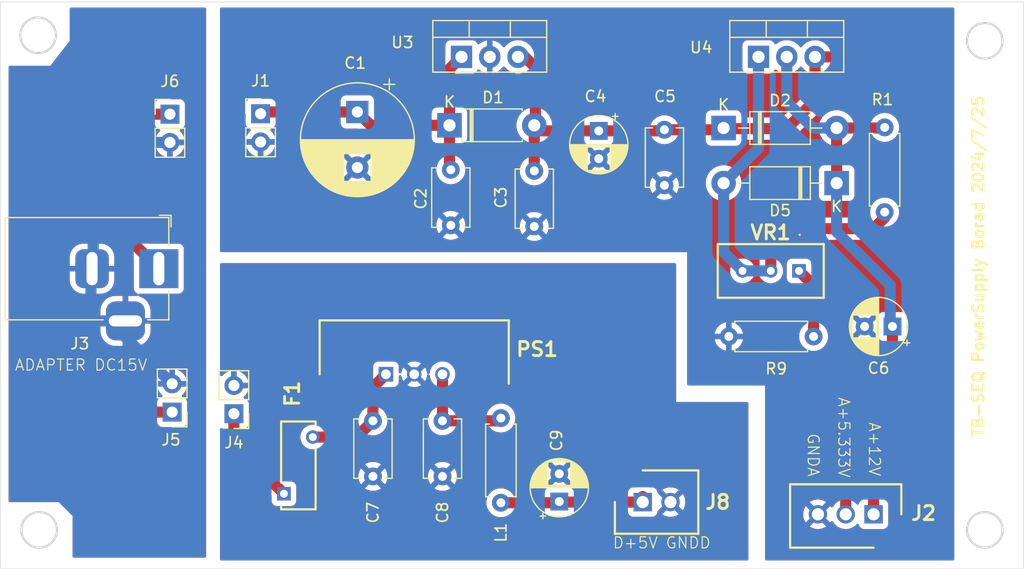
<source format=kicad_pcb>
(kicad_pcb (version 20240108) (generator "pcbnew") (generator_version "8.0")
  (layers (0 "F.Cu" signal) (31 "B.Cu" signal) (34 "B.Paste" user) (35 "F.Paste" user) (36 "B.SilkS" user "B.Silkscreen") (37 "F.SilkS" user "F.Silkscreen") (38 "B.Mask" user) (39 "F.Mask" user) (44 "Edge.Cuts" user))
  (net 0 "")
  (net 1 "GNDA")
  (net 2 "A+12V")
  (net 3 "A+5.333V")
  (net 4 "D+5V")
  (net 5 "Net-(U4-ADJ)")
  (net 6 "unconnected-(VR1-CCW-Pad1)")
  (net 7 "Net-(J1-Pin_1)")
  (net 8 "GNDD")
  (net 9 "Net-(J4-Pin_1)")
  (net 10 "ADAPTER GND")
  (net 11 "ADAPTER+15V")
  (net 12 "Net-(PS1-VIN)")
  (net 13 "Net-(PS1-VOUT)")
  (footprint "SamacSys_Parts:SHDR2W64P0X250_1X2_750X570X950P" (layer "F.Cu") (at 118.75 88 180)
    (property "Reference" "J8" (at -6.75 0 0) (layer "F.SilkS") (effects (font (size 1.27 1.27) (thickness 0.254))))
    (property "Value" "DF1BZ-2P-2.5DSA" (hide yes))
    (pad "1" thru_hole rect (at 0 0 180) (size 1.65 1.65) (drill 1.1) (layers "*.Cu" "*.Mask") (net 4 "D+5V"))
    (pad "2" thru_hole circle (at -2.5 0 180) (size 1.65 1.65) (drill 1.1) (layers "*.Cu" "*.Mask") (net 8 "GNDD"))
  )
  (footprint "SamacSys_Parts:MFR050" (layer "F.Cu") (at 86.5 87.25 90)
    (property "Reference" "F1" (at 9 0.75 270) (layer "F.SilkS") (effects (font (size 1.27 1.27) (thickness 0.254))))
    (property "Value" "MF-R050" (hide yes))
    (pad "1" thru_hole rect (at 0 0 90) (size 1.217 1.217) (drill 0.71) (layers "*.Cu" "*.Mask") (net 9 "Net-(J4-Pin_1)"))
    (pad "2" thru_hole circle (at 5.1 2.59 90) (size 1.217 1.217) (drill 0.71) (layers "*.Cu" "*.Mask") (net 12 "Net-(PS1-VIN)"))
  )
  (footprint "Package_TO_SOT_THT:TO-220-3_Vertical" (layer "F.Cu") (at 129.16 47.945)
    (property "Reference" "U4" (at -5.16 -0.845 0) (layer "F.SilkS"))
    (property "Value" "LM317_TO-220")
    (pad "1" thru_hole rect (at 0 0) (size 1.905 2) (drill 1.1) (layers "*.Cu" "*.Mask") (net 5 "Net-(U4-ADJ)"))
    (pad "2" thru_hole oval (at 2.54 0) (size 1.905 2) (drill 1.1) (layers "*.Cu" "*.Mask") (net 3 "A+5.333V"))
    (pad "3" thru_hole oval (at 5.08 0) (size 1.905 2) (drill 1.1) (layers "*.Cu" "*.Mask") (net 2 "A+12V"))
  )
  (footprint "Connector_PinHeader_2.54mm:PinHeader_1x02_P2.54mm_Vertical" (layer "F.Cu") (at 76.25 53.1)
    (property "Reference" "J6" (at 0 -2.96 0) (layer "F.SilkS"))
    (property "Value" "Conn_01x02_Pin")
    (pad "1" thru_hole rect (at 0 0) (size 1.7 1.7) (drill 1) (layers "*.Cu" "*.Mask") (net 11 "ADAPTER+15V"))
    (pad "2" thru_hole oval (at 0 2.54) (size 1.7 1.7) (drill 1) (layers "*.Cu" "*.Mask") (net 10 "ADAPTER GND"))
  )
  (footprint "Connector_PinHeader_2.54mm:PinHeader_1x02_P2.54mm_Vertical" (layer "F.Cu") (at 82 80.05 180)
    (property "Reference" "J4" (at 0 -2.6 180) (layer "F.SilkS"))
    (property "Value" "Conn_01x02_Pin")
    (pad "1" thru_hole rect (at 0 0 180) (size 1.7 1.7) (drill 1) (layers "*.Cu" "*.Mask") (net 9 "Net-(J4-Pin_1)"))
    (pad "2" thru_hole oval (at 0 2.54 180) (size 1.7 1.7) (drill 1) (layers "*.Cu" "*.Mask") (net 8 "GNDD"))
  )
  (footprint "Package_TO_SOT_THT:TO-220-3_Vertical" (layer "F.Cu") (at 102.46 47.945)
    (property "Reference" "U3" (at -5.31 -1.3 0) (layer "F.SilkS"))
    (property "Value" "L7812")
    (pad "1" thru_hole rect (at 0 0) (size 1.905 2) (drill 1.1) (layers "*.Cu" "*.Mask") (net 7 "Net-(J1-Pin_1)"))
    (pad "2" thru_hole oval (at 2.54 0) (size 1.905 2) (drill 1.1) (layers "*.Cu" "*.Mask") (net 1 "GNDA"))
    (pad "3" thru_hole oval (at 5.08 0) (size 1.905 2) (drill 1.1) (layers "*.Cu" "*.Mask") (net 2 "A+12V"))
  )
  (footprint "Resistor_THT:R_Axial_DIN0207_L6.3mm_D2.5mm_P7.62mm_Horizontal" (layer "F.Cu") (at 134.11 73.1 180)
    (property "Reference" "R9" (at 3.36 -2.9 0) (layer "F.SilkS"))
    (property "Value" "330")
    (pad "1" thru_hole circle (at 0 0 180) (size 1.6 1.6) (drill 0.8) (layers "*.Cu" "*.Mask") (net 6 "unconnected-(VR1-CCW-Pad1)"))
    (pad "2" thru_hole oval (at 7.62 0 180) (size 1.6 1.6) (drill 0.8) (layers "*.Cu" "*.Mask") (net 1 "GNDA"))
  )
  (footprint "Connector_PinHeader_2.54mm:PinHeader_1x02_P2.54mm_Vertical" (layer "F.Cu") (at 84.4 53.06)
    (property "Reference" "J1" (at 0 -2.96 0) (layer "F.SilkS"))
    (property "Value" "Conn_01x02_Pin")
    (pad "1" thru_hole rect (at 0 0) (size 1.7 1.7) (drill 1) (layers "*.Cu" "*.Mask") (net 7 "Net-(J1-Pin_1)"))
    (pad "2" thru_hole oval (at 0 2.54) (size 1.7 1.7) (drill 1) (layers "*.Cu" "*.Mask") (net 1 "GNDA"))
  )
  (footprint "Capacitor_THT:C_Disc_D5.1mm_W3.2mm_P5.00mm" (layer "F.Cu") (at 120.7 54.5 -90)
    (property "Reference" "C5" (at -3 -0.05 0) (layer "F.SilkS"))
    (property "Value" "0.1uF")
    (pad "1" thru_hole circle (at 0 0 270) (size 1.6 1.6) (drill 0.8) (layers "*.Cu" "*.Mask") (net 2 "A+12V"))
    (pad "2" thru_hole circle (at 5 0 270) (size 1.6 1.6) (drill 0.8) (layers "*.Cu" "*.Mask") (net 1 "GNDA"))
  )
  (footprint "SamacSys_Parts:SHDR3W64P0X250_1X3_1000X570X950P" (layer "F.Cu") (at 139.5 89.1)
    (property "Reference" "J2" (at 4.5 -0.1 0) (layer "F.SilkS") (effects (font (size 1.27 1.27) (thickness 0.254))))
    (property "Value" "DF1BZ-3P-2.5DS" (hide yes))
    (pad "1" thru_hole rect (at 0 0) (size 1.65 1.65) (drill 1.1) (layers "*.Cu" "*.Mask") (net 2 "A+12V"))
    (pad "2" thru_hole circle (at -2.5 0) (size 1.65 1.65) (drill 1.1) (layers "*.Cu" "*.Mask") (net 3 "A+5.333V"))
    (pad "3" thru_hole circle (at -5 0) (size 1.65 1.65) (drill 1.1) (layers "*.Cu" "*.Mask") (net 1 "GNDA"))
  )
  (footprint "Capacitor_THT:C_Disc_D5.1mm_W3.2mm_P5.00mm" (layer "F.Cu") (at 109 58.2 -90)
    (property "Reference" "C3" (at 2.4 3 90) (layer "F.SilkS"))
    (property "Value" "0.1uF")
    (pad "1" thru_hole circle (at 0 0 270) (size 1.6 1.6) (drill 0.8) (layers "*.Cu" "*.Mask") (net 2 "A+12V"))
    (pad "2" thru_hole circle (at 5 0 270) (size 1.6 1.6) (drill 0.8) (layers "*.Cu" "*.Mask") (net 1 "GNDA"))
  )
  (footprint "Capacitor_THT:C_Disc_D5.1mm_W3.2mm_P5.00mm" (layer "F.Cu") (at 100.75 80.69 -90)
    (property "Reference" "C8" (at 8.25 0 90) (layer "F.SilkS"))
    (property "Value" "10uF")
    (pad "1" thru_hole circle (at 0 0 270) (size 1.6 1.6) (drill 0.8) (layers "*.Cu" "*.Mask") (net 13 "Net-(PS1-VOUT)"))
    (pad "2" thru_hole circle (at 5 0 270) (size 1.6 1.6) (drill 0.8) (layers "*.Cu" "*.Mask") (net 8 "GNDD"))
  )
  (footprint "SamacSys_Parts:TO254P570X1700X1780-3P" (layer "F.Cu") (at 95.67 76.5)
    (property "Reference" "PS1" (at 13.58 -2.25 0) (layer "F.SilkS") (effects (font (size 1.27 1.27) (thickness 0.254))))
    (property "Value" "BP5293-50" (hide yes))
    (pad "1" thru_hole rect (at 0 0) (size 1.305 1.305) (drill 0.87) (layers "*.Cu" "*.Mask") (net 12 "Net-(PS1-VIN)"))
    (pad "2" thru_hole circle (at 2.54 0) (size 1.305 1.305) (drill 0.87) (layers "*.Cu" "*.Mask") (net 8 "GNDD"))
    (pad "3" thru_hole circle (at 5.08 0) (size 1.305 1.305) (drill 0.87) (layers "*.Cu" "*.Mask") (net 13 "Net-(PS1-VOUT)"))
  )
  (footprint "SamacSys_Parts:3296W1502A" (layer "F.Cu") (at 132.8 67.2 90)
    (property "Reference" "VR1" (at 3.45 -2.55 0) (layer "F.SilkS") (effects (font (size 1.27 1.27) (thickness 0.254))))
    (property "Value" "3296W-1-502A" (hide yes))
    (pad "1" thru_hole rect (at 0 0 90) (size 1.217 1.217) (drill 0.71) (layers "*.Cu" "*.Mask") (net 6 "unconnected-(VR1-CCW-Pad1)"))
    (pad "2" thru_hole circle (at 0 -2.54 90) (size 1.217 1.217) (drill 0.71) (layers "*.Cu" "*.Mask") (net 5 "Net-(U4-ADJ)"))
    (pad "3" thru_hole circle (at 0 -5.08 90) (size 1.217 1.217) (drill 0.71) (layers "*.Cu" "*.Mask") (net 5 "Net-(U4-ADJ)"))
  )
  (footprint "Capacitor_THT:CP_Radial_D5.0mm_P2.50mm" (layer "F.Cu") (at 114.8 54.6 -90)
    (property "Reference" "C4" (at -3.1 0.3 180) (layer "F.SilkS"))
    (property "Value" "100uF/25V")
    (pad "1" thru_hole rect (at 0 0 270) (size 1.6 1.6) (drill 0.8) (layers "*.Cu" "*.Mask") (net 2 "A+12V"))
    (pad "2" thru_hole circle (at 2.5 0 270) (size 1.6 1.6) (drill 0.8) (layers "*.Cu" "*.Mask") (net 1 "GNDA"))
  )
  (footprint "Connector_BarrelJack:BarrelJack_Horizontal" (layer "F.Cu") (at 75.25 67)
    (property "Reference" "J3" (at -7.1 6.75 0) (layer "F.SilkS"))
    (property "Value" "Barrel_Jack_Switch")
    (pad "1" thru_hole rect (at 0 0) (size 3.5 3.5) (drill oval 1 3) (layers "*.Cu" "*.Mask") (net 11 "ADAPTER+15V"))
    (pad "2" thru_hole roundrect (at -6 0) (size 3 3.5) (drill oval 1 3) (layers "*.Cu" "*.Mask") (net 10 "ADAPTER GND"))
    (pad "3" thru_hole roundrect (at -3 4.7) (size 3.5 3.5) (drill oval 3 1) (layers "*.Cu" "*.Mask") (net 10 "ADAPTER GND"))
  )
  (footprint "Capacitor_THT:C_Disc_D5.1mm_W3.2mm_P5.00mm" (layer "F.Cu") (at 101.5 58.1 -90)
    (property "Reference" "C2" (at 2.6 2.7 90) (layer "F.SilkS"))
    (property "Value" "0.1uF")
    (pad "1" thru_hole circle (at 0 0 270) (size 1.6 1.6) (drill 0.8) (layers "*.Cu" "*.Mask") (net 7 "Net-(J1-Pin_1)"))
    (pad "2" thru_hole circle (at 5 0 270) (size 1.6 1.6) (drill 0.8) (layers "*.Cu" "*.Mask") (net 1 "GNDA"))
  )
  (footprint "Capacitor_THT:CP_Radial_D5.0mm_P2.50mm" (layer "F.Cu") (at 141.2 72.2 180)
    (property "Reference" "C6" (at 1.25 -3.75 180) (layer "F.SilkS"))
    (property "Value" "1uF/25V")
    (pad "1" thru_hole rect (at 0 0 180) (size 1.6 1.6) (drill 0.8) (layers "*.Cu" "*.Mask") (net 3 "A+5.333V"))
    (pad "2" thru_hole circle (at 2.5 0 180) (size 1.6 1.6) (drill 0.8) (layers "*.Cu" "*.Mask") (net 1 "GNDA"))
  )
  (footprint "Capacitor_THT:C_Disc_D5.1mm_W3.2mm_P5.00mm" (layer "F.Cu") (at 94.5 80.69 -90)
    (property "Reference" "C7" (at 8.25 0 90) (layer "F.SilkS"))
    (property "Value" "10uF")
    (pad "1" thru_hole circle (at 0 0 270) (size 1.6 1.6) (drill 0.8) (layers "*.Cu" "*.Mask") (net 12 "Net-(PS1-VIN)"))
    (pad "2" thru_hole circle (at 5 0 270) (size 1.6 1.6) (drill 0.8) (layers "*.Cu" "*.Mask") (net 8 "GNDD"))
  )
  (footprint "Resistor_THT:R_Axial_DIN0207_L6.3mm_D2.5mm_P7.62mm_Horizontal" (layer "F.Cu") (at 106 80.44 -90)
    (property "Reference" "L1" (at 10.31 0 90) (layer "F.SilkS"))
    (property "Value" "4.7uh/0.5A")
    (pad "1" thru_hole circle (at 0 0 270) (size 1.6 1.6) (drill 0.8) (layers "*.Cu" "*.Mask") (net 13 "Net-(PS1-VOUT)"))
    (pad "2" thru_hole oval (at 7.62 0 270) (size 1.6 1.6) (drill 0.8) (layers "*.Cu" "*.Mask") (net 4 "D+5V"))
  )
  (footprint "Resistor_THT:R_Axial_DIN0207_L6.3mm_D2.5mm_P7.62mm_Horizontal" (layer "F.Cu") (at 140.5 54.29 -90)
    (property "Reference" "R1" (at -2.5 0.2 0) (layer "F.SilkS"))
    (property "Value" "120")
    (pad "1" thru_hole circle (at 0 0 270) (size 1.6 1.6) (drill 0.8) (layers "*.Cu" "*.Mask") (net 3 "A+5.333V"))
    (pad "2" thru_hole oval (at 7.62 0 270) (size 1.6 1.6) (drill 0.8) (layers "*.Cu" "*.Mask") (net 5 "Net-(U4-ADJ)"))
  )
  (footprint "Diode_THT:D_DO-41_SOD81_P7.62mm_Horizontal" (layer "F.Cu") (at 101.38 54.1)
    (property "Reference" "D1" (at 3.92 -2.5 0) (layer "F.SilkS"))
    (property "Value" "SBM245L")
    (fp_text user "K" (at 0 -2.1 0) (layer "F.SilkS"))
    (pad "1" thru_hole rect (at 0 0) (size 2.2 2.2) (drill 1.1) (layers "*.Cu" "*.Mask") (net 7 "Net-(J1-Pin_1)"))
    (pad "2" thru_hole oval (at 7.62 0) (size 2.2 2.2) (drill 1.1) (layers "*.Cu" "*.Mask") (net 2 "A+12V"))
  )
  (footprint "Capacitor_THT:CP_Radial_D5.0mm_P2.50mm" (layer "F.Cu") (at 111.25 87.955113 90)
    (property "Reference" "C9" (at 5.5 -0.25 270) (layer "F.SilkS"))
    (property "Value" "470uF/25V")
    (pad "1" thru_hole rect (at 0 0 90) (size 1.6 1.6) (drill 0.8) (layers "*.Cu" "*.Mask") (net 4 "D+5V"))
    (pad "2" thru_hole circle (at 2.5 0 90) (size 1.6 1.6) (drill 0.8) (layers "*.Cu" "*.Mask") (net 8 "GNDD"))
  )
  (footprint "Capacitor_THT:CP_Radial_D10.0mm_P5.00mm" (layer "F.Cu") (at 93.1 52.9 -90)
    (property "Reference" "C1" (at -4.4 0.2 0) (layer "F.SilkS"))
    (property "Value" "1000uF/25V")
    (pad "1" thru_hole rect (at 0 0 270) (size 2 2) (drill 1) (layers "*.Cu" "*.Mask") (net 7 "Net-(J1-Pin_1)"))
    (pad "2" thru_hole circle (at 5 0 270) (size 2 2) (drill 1) (layers "*.Cu" "*.Mask") (net 1 "GNDA"))
  )
  (footprint "Connector_PinHeader_2.54mm:PinHeader_1x02_P2.54mm_Vertical" (layer "F.Cu") (at 76.45 79.9 180)
    (property "Reference" "J5" (at 0.1 -2.5 180) (layer "F.SilkS"))
    (property "Value" "Conn_01x02_Pin")
    (pad "1" thru_hole rect (at 0 0 180) (size 1.7 1.7) (drill 1) (layers "*.Cu" "*.Mask") (net 11 "ADAPTER+15V"))
    (pad "2" thru_hole oval (at 0 2.54 180) (size 1.7 1.7) (drill 1) (layers "*.Cu" "*.Mask") (net 10 "ADAPTER GND"))
  )
  (footprint "Diode_THT:D_DO-41_SOD81_P10.16mm_Horizontal" (layer "F.Cu") (at 126.02 54.344887)
    (property "Reference" "D2" (at 5.08 -2.47 0) (layer "F.SilkS"))
    (property "Value" "1N4001")
    (fp_text user "K" (at 0 -2.1 0) (layer "F.SilkS"))
    (pad "1" thru_hole rect (at 0 0) (size 2.2 2.2) (drill 1.1) (layers "*.Cu" "*.Mask") (net 2 "A+12V"))
    (pad "2" thru_hole oval (at 10.16 0) (size 2.2 2.2) (drill 1.1) (layers "*.Cu" "*.Mask") (net 3 "A+5.333V"))
  )
  (footprint "Diode_THT:D_DO-41_SOD81_P10.16mm_Horizontal" (layer "F.Cu") (at 136.18 59.3 180)
    (property "Reference" "D5" (at 5.08 -2.47 180) (layer "F.SilkS"))
    (property "Value" "1N4001")
    (fp_text user "K" (at 0 -2.1 180) (layer "F.SilkS"))
    (pad "1" thru_hole rect (at 0 0 180) (size 2.2 2.2) (drill 1.1) (layers "*.Cu" "*.Mask") (net 3 "A+5.333V"))
    (pad "2" thru_hole oval (at 10.16 0 180) (size 2.2 2.2) (drill 1.1) (layers "*.Cu" "*.Mask") (net 5 "Net-(U4-ADJ)"))
  )
  (gr_circle (center 149.5 46.5) (end 151.1 46.5) (stroke (width 0.2)) (fill none) (layer "Edge.Cuts"))
  (gr_circle (center 64.4 46) (end 66 46) (stroke (width 0.2)) (fill none) (layer "Edge.Cuts"))
  (gr_circle (center 64.5 90.5) (end 66.1 90.5) (stroke (width 0.2)) (fill none) (layer "Edge.Cuts"))
  (gr_circle (center 149.5 90.5) (end 151.1 90.5) (stroke (width 0.2)) (fill none) (layer "Edge.Cuts"))
  (gr_rect (start 61 43) (end 153 94) (stroke (width 0.05)) (fill none) (layer "Edge.Cuts"))
  (gr_text "GNDD" (at 120.75 92.25 0) (layer "F.SilkS") (effects (font (size 1 1) (thickness 0.1)) (justify left bottom)))
  (gr_text "D+5V" (at 116 92.25 0) (layer "F.SilkS") (effects (font (size 1 1) (thickness 0.1)) (justify left bottom)))
  (gr_text "GNDA" (at 133.5 81.75 -90) (layer "F.SilkS") (effects (font (size 1 1) (thickness 0.1)) (justify left bottom)))
  (gr_text "A+12V" (at 139 80.75 -90) (layer "F.SilkS") (effects (font (size 1 1) (thickness 0.1)) (justify left bottom)))
  (gr_text "TB-SEQ PowerSupply Borad 2024/7/25" (at 149.5 82.25 90) (layer "F.SilkS") (effects (font (size 1 1) (thickness 0.2)) (justify left bottom)))
  (gr_text "ADAPTER DC15V" (at 62.25 76.25 0) (layer "F.SilkS") (effects (font (size 1 1) (thickness 0.1)) (justify left bottom)))
  (gr_text "A+5.333V" (at 136.25 78.5 -90) (layer "F.SilkS") (effects (font (size 1 1) (thickness 0.1)) (justify left bottom)))
  (segment (start 120.7 54.5) (end 125.864887 54.5) (width 1) (layer "F.Cu") (net 2))
  (segment (start 109.1 48.9) (end 109.1 54) (width 1) (layer "F.Cu") (net 2))
  (segment (start 125.864887 54.5) (end 126.02 54.344887) (width 1) (layer "F.Cu") (net 2))
  (segment (start 109 54.1) (end 109 58.2) (width 1) (layer "F.Cu") (net 2))
  (segment (start 109.5 54.6) (end 109 54.1) (width 1) (layer "F.Cu") (net 2))
  (segment (start 144.5 50.9) (end 141.5 47.9) (width 1) (layer "F.Cu") (net 2))
  (segment (start 131.7 54.4) (end 134.24 51.86) (width 1) (layer "F.Cu") (net 2))
  (segment (start 141.455 47.945) (end 134.24 47.945) (width 1) (layer "F.Cu") (net 2))
  (segment (start 108.145 47.945) (end 109.1 48.9) (width 1) (layer "F.Cu") (net 2))
  (segment (start 139.5 89.1) (end 139.5 80.3) (width 1) (layer "F.Cu") (net 2))
  (segment (start 134.24 51.86) (end 134.24 47.945) (width 1) (layer "F.Cu") (net 2))
  (segment (start 141.5 47.9) (end 141.455 47.945) (width 1) (layer "F.Cu") (net 2))
  (segment (start 144.5 75.3) (end 144.5 50.9) (width 1) (layer "F.Cu") (net 2))
  (segment (start 107.54 47.945) (end 108.145 47.945) (width 1) (layer "F.Cu") (net 2))
  (segment (start 126.02 54.344887) (end 126.075113 54.4) (width 1) (layer "F.Cu") (net 2))
  (segment (start 120.6 54.6) (end 120.7 54.5) (width 1) (layer "F.Cu") (net 2))
  (segment (start 114.8 54.6) (end 120.6 54.6) (width 1) (layer "F.Cu") (net 2))
  (segment (start 139.5 80.3) (end 144.5 75.3) (width 1) (layer "F.Cu") (net 2))
  (segment (start 109.1 54) (end 109 54.1) (width 1) (layer "F.Cu") (net 2))
  (segment (start 126.075113 54.4) (end 131.7 54.4) (width 1) (layer "F.Cu") (net 2))
  (segment (start 114.8 54.6) (end 109.5 54.6) (width 1) (layer "F.Cu") (net 2))
  (segment (start 141.2 74.9) (end 137 79.1) (width 1) (layer "F.Cu") (net 3))
  (segment (start 141.2 72.2) (end 141.2 74.9) (width 1) (layer "F.Cu") (net 3))
  (segment (start 136.18 54.344887) (end 140.445113 54.344887) (width 1) (layer "F.Cu") (net 3))
  (segment (start 137 79.1) (end 137 89.1) (width 1) (layer "F.Cu") (net 3))
  (segment (start 140.445113 54.344887) (end 140.5 54.29) (width 1) (layer "F.Cu") (net 3))
  (segment (start 136.18 54.344887) (end 136.18 59.3) (width 1) (layer "F.Cu") (net 3))
  (segment (start 131.7 52) (end 131.7 47.945) (width 1) (layer "B.Cu") (net 3))
  (segment (start 136.18 54.344887) (end 134.044887 54.344887) (width 1) (layer "B.Cu") (net 3))
  (segment (start 136.18 63.68) (end 141 68.5) (width 1) (layer "B.Cu") (net 3))
  (segment (start 141 72) (end 141.2 72.2) (width 1) (layer "B.Cu") (net 3))
  (segment (start 134.044887 54.344887) (end 131.7 52) (width 1) (layer "B.Cu") (net 3))
  (segment (start 136.18 59.3) (end 136.18 63.68) (width 1) (layer "B.Cu") (net 3))
  (segment (start 141 68.5) (end 141 72) (width 1) (layer "B.Cu") (net 3))
  (segment (start 118.5 87.75) (end 118.75 87.5) (width 1) (layer "F.Cu") (net 4))
  (segment (start 111.25 88) (end 118.5 88) (width 1) (layer "F.Cu") (net 4))
  (segment (start 110.94 88.06) (end 111.25 87.75) (width 1) (layer "F.Cu") (net 4))
  (segment (start 106 88.06) (end 110.94 88.06) (width 1) (layer "F.Cu") (net 4))
  (segment (start 140.5 61.91) (end 140.5 62.4) (width 1) (layer "F.Cu") (net 5))
  (segment (start 140.5 62.4) (end 139.5 63.4) (width 1) (layer "F.Cu") (net 5))
  (segment (start 131.1 63.4) (end 130.26 64.24) (width 1) (layer "F.Cu") (net 5))
  (segment (start 130.26 64.24) (end 130.26 67.2) (width 1) (layer "F.Cu") (net 5))
  (segment (start 139.5 63.4) (end 131.1 63.4) (width 1) (layer "F.Cu") (net 5))
  (segment (start 126.02 59.3) (end 126.02 65.5) (width 1) (layer "B.Cu") (net 5))
  (segment (start 126.02 65.5) (end 127.72 67.2) (width 1) (layer "B.Cu") (net 5))
  (segment (start 130.26 67.2) (end 127.72 67.2) (width 1) (layer "B.Cu") (net 5))
  (segment (start 129.16 47.945) (end 129.16 56.16) (width 1) (layer "B.Cu") (net 5))
  (segment (start 129.16 56.16) (end 126.02 59.3) (width 1) (layer "B.Cu") (net 5))
  (segment (start 132.8 67.2) (end 134.11 68.51) (width 1) (layer "F.Cu") (net 6))
  (segment (start 134.11 68.51) (end 134.11 73.1) (width 1) (layer "F.Cu") (net 6))
  (segment (start 84.56 52.9) (end 84.4 53.06) (width 1) (layer "F.Cu") (net 7))
  (segment (start 94.3 54.1) (end 93.1 52.9) (width 1) (layer "F.Cu") (net 7))
  (segment (start 101.38 54.1) (end 94.3 54.1) (width 1) (layer "F.Cu") (net 7))
  (segment (start 101.38 54.1) (end 101.38 49.025) (width 1) (layer "F.Cu") (net 7))
  (segment (start 101.38 49.025) (end 102.46 47.945) (width 1) (layer "F.Cu") (net 7))
  (segment (start 101.38 54.1) (end 101.38 57.98) (width 1) (layer "F.Cu") (net 7))
  (segment (start 93.1 52.9) (end 84.56 52.9) (width 1) (layer "F.Cu") (net 7))
  (segment (start 101.38 57.98) (end 101.5 58.1) (width 1) (layer "F.Cu") (net 7))
  (segment (start 82 80.05) (end 82 82.75) (width 1) (layer "F.Cu") (net 9))
  (segment (start 82 82.75) (end 86.5 87.25) (width 1) (layer "F.Cu") (net 9))
  (segment (start 76.45 77.36) (end 72.25 73.16) (width 1) (layer "B.Cu") (net 10))
  (segment (start 72.25 71.7) (end 69.45 71.7) (width 1) (layer "B.Cu") (net 10))
  (segment (start 69.35 66.9) (end 69.25 67) (width 1) (layer "B.Cu") (net 10))
  (segment (start 69.35 56.5) (end 69.35 66.9) (width 1) (layer "B.Cu") (net 10))
  (segment (start 76.25 55.64) (end 70.21 55.64) (width 1) (layer "B.Cu") (net 10))
  (segment (start 69.15 67.1) (end 69.25 67) (width 1) (layer "B.Cu") (net 10))
  (segment (start 72.25 73.16) (end 72.25 71.7) (width 1) (layer "B.Cu") (net 10))
  (segment (start 69.15 71.4) (end 69.15 67.1) (width 1) (layer "B.Cu") (net 10))
  (segment (start 69.45 71.7) (end 69.15 71.4) (width 1) (layer "B.Cu") (net 10))
  (segment (start 70.21 55.64) (end 69.35 56.5) (width 1) (layer "B.Cu") (net 10))
  (segment (start 76.45 79.9) (end 73.45 79.9) (width 1) (layer "F.Cu") (net 11))
  (segment (start 66.15 59.8) (end 71.45 54.5) (width 1) (layer "F.Cu") (net 11))
  (segment (start 72.85 53.1) (end 71.45 54.5) (width 1) (layer "F.Cu") (net 11))
  (segment (start 66.15 72.6) (end 66.15 59.8) (width 1) (layer "F.Cu") (net 11))
  (segment (start 76.25 53.1) (end 72.85 53.1) (width 1) (layer "F.Cu") (net 11))
  (segment (start 73.45 79.9) (end 66.15 72.6) (width 1) (layer "F.Cu") (net 11))
  (segment (start 71.45 54.5) (end 71.45 63.2) (width 1) (layer "F.Cu") (net 11))
  (segment (start 71.45 63.2) (end 75.25 67) (width 1) (layer "F.Cu") (net 11))
  (segment (start 93.04 82.15) (end 94.5 80.69) (width 1) (layer "F.Cu") (net 12))
  (segment (start 89.09 82.15) (end 93.04 82.15) (width 1) (layer "F.Cu") (net 12))
  (segment (start 94.5 80.69) (end 94.5 77.67) (width 1) (layer "F.Cu") (net 12))
  (segment (start 94.5 77.67) (end 95.67 76.5) (width 1) (layer "F.Cu") (net 12))
  (segment (start 100.75 80.69) (end 100.75 76.5) (width 1) (layer "F.Cu") (net 13))
  (segment (start 105.75 80.69) (end 106 80.44) (width 1) (layer "F.Cu") (net 13))
  (segment (start 100.75 80.69) (end 105.75 80.69) (width 1) (layer "F.Cu") (net 13))
  (zone (net 8) (net_name "GNDD") (layers "F&B.Cu") (connect_pads (clearance 0.5)) (min_thickness 0.25) (fill yes (thermal_gap 0.5) (thermal_bridge_width 0.5))
    (polygon (pts (xy 80.75 66.5) (xy 121.75 66.5) (xy 121.75 79) (xy 128.25 79) (xy 128.25 93.25) (xy 80.75 93.25)))
  )
  (zone (net 1) (net_name "GNDA") (layers "F&B.Cu") (priority 1) (connect_pads (clearance 0.5)) (min_thickness 0.25) (fill yes (thermal_gap 0.5) (thermal_bridge_width 0.5))
    (polygon (pts (xy 80.75 43.5) (xy 80.75 65.5) (xy 122.75 65.5) (xy 122.75 77.5) (xy 129.75 77.5) (xy 129.75 93.25) (xy 146.75 93.25) (xy 146.75 43.5)))
  )
  (zone (net 10) (net_name "ADAPTER GND") (layers "F&B.Cu") (priority 2) (connect_pads (clearance 0.5)) (min_thickness 0.25) (fill yes (thermal_gap 0.5) (thermal_bridge_width 0.5))
    (polygon (pts (xy 61.75 48.75) (xy 61.75 88) (xy 66.25 88) (xy 67.5 89.25) (xy 67.5 93) (xy 79.5 93) (xy 79.5 43.5) (xy 67.25 43.5) (xy 67.25 46.5) (xy 65.5 48.75)))
  )
)
</source>
